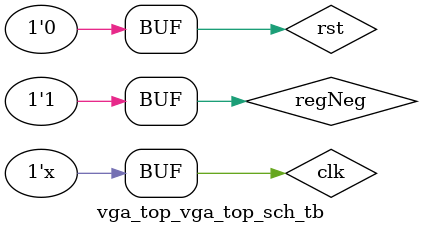
<source format=v>

`timescale 1ns / 1ps

module vga_top_vga_top_sch_tb();

// Inputs
   reg regNeg;
   reg rst;
   reg clk;

// Output
   wire hsync;
   wire vsync;
   wire [7:0] red;
   wire [7:0] green;
   wire [7:0] blue;

// Bidirs

// Instantiate the UUT
   vga_top UUT (
		.regNeg(regNeg), 
		.rst(rst), 
		.clk(clk), 
		.hsync(hsync), 
		.vsync(vsync), 
		.red(red), 
		.green(green), 
		.blue(blue)
   );
// Initialize Inputs
   initial begin
		rst = 0;
		regNeg = 0;
		clk = 0;
		#10
		rst = 1;
		#90;
		rst = 0;
		regNeg = 1;
   end
	
	always #10 clk = ~clk;
endmodule

</source>
